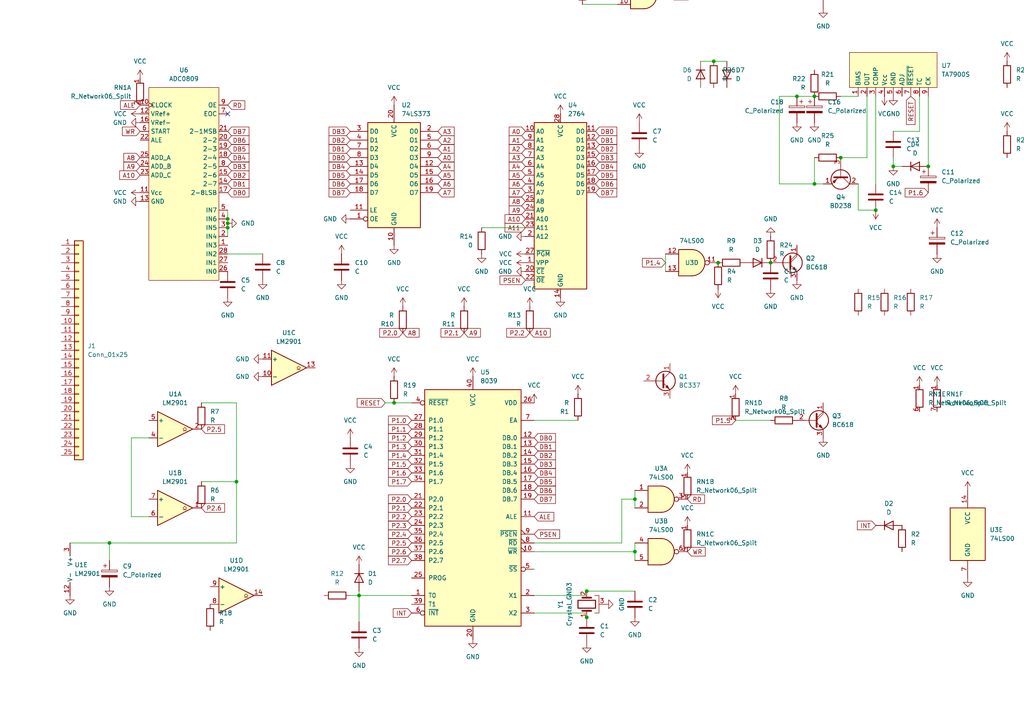
<source format=kicad_sch>
(kicad_sch (version 20250114) (generator "eeschema") (generator_version "9.0")
  (paper "A4")
  (junction (at 236.22 53.34))
  (junction (at 184.15 160.02))
  (junction (at 184.15 144.78))
  (junction (at 31.75 157.48))
  (junction (at 231.14 27.94))
  (junction (at 208.28 76.2))
  (junction (at 170.18 179.07))
  (junction (at 66.04 63.5))
  (junction (at 66.04 66.04))
  (junction (at 269.24 48.26))
  (junction (at 66.04 64.77))
  (junction (at 170.18 171.45))
  (junction (at 68.58 139.7))
  (junction (at 223.52 76.2))
  (junction (at 207.01 17.78))
  (junction (at 254 60.96))
  (junction (at 243.84 45.72))
  (junction (at 104.14 172.72))
  (junction (at 236.22 27.94))
  (junction (at 259.08 48.26))
  (junction (at 114.3 116.84))
  (no_connect (at 66.04 33.02))
  (wire (pts (xy 66.04 73.66) (xy 76.2 73.66)))
  (wire (pts (xy 226.06 27.94) (xy 231.14 27.94)))
  (wire (pts (xy 184.15 157.48) (xy 184.15 160.02)))
  (wire (pts (xy 259.08 38.1) (xy 266.7 38.1)))
  (wire (pts (xy 226.06 53.34) (xy 226.06 27.94)))
  (wire (pts (xy 154.94 177.8) (xy 170.18 177.8)))
  (wire (pts (xy 139.7 66.04) (xy 152.4 66.04)))
  (wire (pts (xy 66.04 66.04) (xy 66.04 68.58)))
  (wire (pts (xy 20.32 157.48) (xy 31.75 157.48)))
  (wire (pts (xy 231.14 27.94) (xy 236.22 27.94)))
  (wire (pts (xy 101.6 172.72) (xy 104.14 172.72)))
  (wire (pts (xy 193.04 73.66) (xy 193.04 78.74)))
  (wire (pts (xy 170.18 172.72) (xy 170.18 171.45)))
  (wire (pts (xy 236.22 53.34) (xy 226.06 53.34)))
  (wire (pts (xy 68.58 116.84) (xy 58.42 116.84)))
  (wire (pts (xy 38.1 149.86) (xy 43.18 149.86)))
  (wire (pts (xy 269.24 27.94) (xy 269.24 48.26)))
  (wire (pts (xy 119.38 172.72) (xy 104.14 172.72)))
  (wire (pts (xy 170.18 177.8) (xy 170.18 179.07)))
  (wire (pts (xy 259.08 48.26) (xy 259.08 45.72)))
  (wire (pts (xy 66.04 64.77) (xy 66.04 66.04)))
  (wire (pts (xy 266.7 38.1) (xy 266.7 27.94)))
  (wire (pts (xy 104.14 172.72) (xy 104.14 180.34)))
  (wire (pts (xy 184.15 144.78) (xy 184.15 147.32)))
  (wire (pts (xy 154.94 172.72) (xy 170.18 172.72)))
  (wire (pts (xy 203.2 17.78) (xy 207.01 17.78)))
  (wire (pts (xy 259.08 48.26) (xy 261.62 48.26)))
  (wire (pts (xy 66.04 60.96) (xy 66.04 63.5)))
  (wire (pts (xy 31.75 157.48) (xy 68.58 157.48)))
  (wire (pts (xy 154.94 121.92) (xy 167.64 121.92)))
  (wire (pts (xy 180.34 144.78) (xy 184.15 144.78)))
  (wire (pts (xy 243.84 45.72) (xy 251.46 45.72)))
  (wire (pts (xy 248.92 60.96) (xy 254 60.96)))
  (wire (pts (xy 251.46 45.72) (xy 251.46 27.94)))
  (wire (pts (xy 31.75 157.48) (xy 31.75 162.56)))
  (wire (pts (xy 184.15 160.02) (xy 184.15 162.56)))
  (wire (pts (xy 154.94 160.02) (xy 184.15 160.02)))
  (wire (pts (xy 243.84 27.94) (xy 248.92 27.94)))
  (wire (pts (xy 236.22 53.34) (xy 236.22 45.72)))
  (wire (pts (xy 170.18 171.45) (xy 184.15 171.45)))
  (wire (pts (xy 114.3 116.84) (xy 119.38 116.84)))
  (wire (pts (xy 43.18 127) (xy 38.1 127)))
  (wire (pts (xy 68.58 157.48) (xy 68.58 139.7)))
  (wire (pts (xy 154.94 157.48) (xy 180.34 157.48)))
  (wire (pts (xy 38.1 127) (xy 38.1 149.86)))
  (wire (pts (xy 238.76 53.34) (xy 236.22 53.34)))
  (wire (pts (xy 104.14 172.72) (xy 104.14 171.45)))
  (wire (pts (xy 213.36 121.92) (xy 223.52 121.92)))
  (wire (pts (xy 254 27.94) (xy 254 53.34)))
  (wire (pts (xy 248.92 53.34) (xy 248.92 60.96)))
  (wire (pts (xy 68.58 139.7) (xy 68.58 116.84)))
  (wire (pts (xy 180.34 157.48) (xy 180.34 144.78)))
  (wire (pts (xy 66.04 63.5) (xy 66.04 64.77)))
  (wire (pts (xy 184.15 142.24) (xy 184.15 144.78)))
  (wire (pts (xy 207.01 17.78) (xy 210.82 17.78)))
  (wire (pts (xy 58.42 139.7) (xy 68.58 139.7)))
  (wire (pts (xy 111.76 116.84) (xy 114.3 116.84)))
  (wire (pts (xy 168.91 1.27) (xy 179.07 1.27)))
  (global_label "P2.7" (shape input) (at 119.38 162.56 180) (property "Intersheetrefs" "${INTERSHEET_REFS}" (effects (hide yes))))
  (global_label "P2.2" (shape input) (at 153.67 96.52 180) (property "Intersheetrefs" "${INTERSHEET_REFS}" (effects (hide yes))))
  (global_label "A10" (shape input) (at 153.67 96.52 0) (property "Intersheetrefs" "${INTERSHEET_REFS}" (effects (hide yes))))
  (global_label "DB7" (shape input) (at 66.04 38.1 0) (property "Intersheetrefs" "${INTERSHEET_REFS}" (effects (hide yes))))
  (global_label "A2" (shape input) (at 152.4 43.18 180) (property "Intersheetrefs" "${INTERSHEET_REFS}" (effects (hide yes))))
  (global_label "A2" (shape input) (at 127 40.64 0) (property "Intersheetrefs" "${INTERSHEET_REFS}" (effects (hide yes))))
  (global_label "P2.0" (shape input) (at 119.38 144.78 180) (property "Intersheetrefs" "${INTERSHEET_REFS}" (effects (hide yes))))
  (global_label "INT" (shape input) (at 119.38 177.8 180) (property "Intersheetrefs" "${INTERSHEET_REFS}" (effects (hide yes))))
  (global_label "DB0" (shape input) (at 66.04 55.88 0) (property "Intersheetrefs" "${INTERSHEET_REFS}" (effects (hide yes))))
  (global_label "A0" (shape input) (at 152.4 38.1 180) (property "Intersheetrefs" "${INTERSHEET_REFS}" (effects (hide yes))))
  (global_label "RESET" (shape input) (at 264.16 27.94 270) (property "Intersheetrefs" "${INTERSHEET_REFS}" (effects (hide yes))))
  (global_label "P1.4" (shape input) (at 193.04 76.2 180) (property "Intersheetrefs" "${INTERSHEET_REFS}" (effects (hide yes))))
  (global_label "DB2" (shape input) (at 154.94 132.08 0) (property "Intersheetrefs" "${INTERSHEET_REFS}" (effects (hide yes))))
  (global_label "A1" (shape input) (at 152.4 40.64 180) (property "Intersheetrefs" "${INTERSHEET_REFS}" (effects (hide yes))))
  (global_label "RD" (shape input) (at 66.04 30.48 0) (property "Intersheetrefs" "${INTERSHEET_REFS}" (effects (hide yes))))
  (global_label "DB0" (shape input) (at 101.6 45.72 180) (property "Intersheetrefs" "${INTERSHEET_REFS}" (effects (hide yes))))
  (global_label "A3" (shape input) (at 152.4 45.72 180) (property "Intersheetrefs" "${INTERSHEET_REFS}" (effects (hide yes))))
  (global_label "DB5" (shape input) (at 154.94 139.7 0) (property "Intersheetrefs" "${INTERSHEET_REFS}" (effects (hide yes))))
  (global_label "DB4" (shape input) (at 172.72 48.26 0) (property "Intersheetrefs" "${INTERSHEET_REFS}" (effects (hide yes))))
  (global_label "P2.1" (shape input) (at 119.38 147.32 180) (property "Intersheetrefs" "${INTERSHEET_REFS}" (effects (hide yes))))
  (global_label "A6" (shape input) (at 152.4 53.34 180) (property "Intersheetrefs" "${INTERSHEET_REFS}" (effects (hide yes))))
  (global_label "DB7" (shape input) (at 101.6 55.88 180) (property "Intersheetrefs" "${INTERSHEET_REFS}" (effects (hide yes))))
  (global_label "DB6" (shape input) (at 101.6 53.34 180) (property "Intersheetrefs" "${INTERSHEET_REFS}" (effects (hide yes))))
  (global_label "RD" (shape input) (at 199.39 144.78 0) (property "Intersheetrefs" "${INTERSHEET_REFS}" (effects (hide yes))))
  (global_label "P2.5" (shape input) (at 119.38 157.48 180) (property "Intersheetrefs" "${INTERSHEET_REFS}" (effects (hide yes))))
  (global_label "DB1" (shape input) (at 154.94 129.54 0) (property "Intersheetrefs" "${INTERSHEET_REFS}" (effects (hide yes))))
  (global_label "P2.1" (shape input) (at 134.62 96.52 180) (property "Intersheetrefs" "${INTERSHEET_REFS}" (effects (hide yes))))
  (global_label "A5" (shape input) (at 127 50.8 0) (property "Intersheetrefs" "${INTERSHEET_REFS}" (effects (hide yes))))
  (global_label "A7" (shape input) (at 152.4 55.88 180) (property "Intersheetrefs" "${INTERSHEET_REFS}" (effects (hide yes))))
  (global_label "DB5" (shape input) (at 101.6 50.8 180) (property "Intersheetrefs" "${INTERSHEET_REFS}" (effects (hide yes))))
  (global_label "DB6" (shape input) (at 172.72 53.34 0) (property "Intersheetrefs" "${INTERSHEET_REFS}" (effects (hide yes))))
  (global_label "RESET" (shape input) (at 111.76 116.84 180) (property "Intersheetrefs" "${INTERSHEET_REFS}" (effects (hide yes))))
  (global_label "A5" (shape input) (at 152.4 50.8 180) (property "Intersheetrefs" "${INTERSHEET_REFS}" (effects (hide yes))))
  (global_label "DB6" (shape input) (at 154.94 142.24 0) (property "Intersheetrefs" "${INTERSHEET_REFS}" (effects (hide yes))))
  (global_label "A8" (shape input) (at 116.84 96.52 0) (property "Intersheetrefs" "${INTERSHEET_REFS}" (effects (hide yes))))
  (global_label "P2.0" (shape input) (at 116.84 96.52 180) (property "Intersheetrefs" "${INTERSHEET_REFS}" (effects (hide yes))))
  (global_label "P2.4" (shape input) (at 119.38 154.94 180) (property "Intersheetrefs" "${INTERSHEET_REFS}" (effects (hide yes))))
  (global_label "P1.5" (shape input) (at 119.38 134.62 180) (property "Intersheetrefs" "${INTERSHEET_REFS}" (effects (hide yes))))
  (global_label "DB3" (shape input) (at 66.04 48.26 0) (property "Intersheetrefs" "${INTERSHEET_REFS}" (effects (hide yes))))
  (global_label "P1.5" (shape input) (at 213.36 121.92 180) (property "Intersheetrefs" "${INTERSHEET_REFS}" (effects (hide yes))))
  (global_label "DB3" (shape input) (at 101.6 38.1 180) (property "Intersheetrefs" "${INTERSHEET_REFS}" (effects (hide yes))))
  (global_label "A9" (shape input) (at 134.62 96.52 0) (property "Intersheetrefs" "${INTERSHEET_REFS}" (effects (hide yes))))
  (global_label "A8" (shape input) (at 40.64 45.72 180) (property "Intersheetrefs" "${INTERSHEET_REFS}" (effects (hide yes))))
  (global_label "P1.2" (shape input) (at 119.38 127 180) (property "Intersheetrefs" "${INTERSHEET_REFS}" (effects (hide yes))))
  (global_label "A8" (shape input) (at 152.4 58.42 180) (property "Intersheetrefs" "${INTERSHEET_REFS}" (effects (hide yes))))
  (global_label "A9" (shape input) (at 40.64 48.26 180) (property "Intersheetrefs" "${INTERSHEET_REFS}" (effects (hide yes))))
  (global_label "P2.2" (shape input) (at 119.38 149.86 180) (property "Intersheetrefs" "${INTERSHEET_REFS}" (effects (hide yes))))
  (global_label "A10" (shape input) (at 152.4 63.5 180) (property "Intersheetrefs" "${INTERSHEET_REFS}" (effects (hide yes))))
  (global_label "DB1" (shape input) (at 101.6 43.18 180) (property "Intersheetrefs" "${INTERSHEET_REFS}" (effects (hide yes))))
  (global_label "A11" (shape input) (at 152.4 66.04 180) (property "Intersheetrefs" "${INTERSHEET_REFS}" (effects (hide yes))))
  (global_label "DB6" (shape input) (at 66.04 40.64 0) (property "Intersheetrefs" "${INTERSHEET_REFS}" (effects (hide yes))))
  (global_label "DB4" (shape input) (at 154.94 137.16 0) (property "Intersheetrefs" "${INTERSHEET_REFS}" (effects (hide yes))))
  (global_label "P1.6" (shape input) (at 269.24 55.88 180) (property "Intersheetrefs" "${INTERSHEET_REFS}" (effects (hide yes))))
  (global_label "A6" (shape input) (at 127 53.34 0) (property "Intersheetrefs" "${INTERSHEET_REFS}" (effects (hide yes))))
  (global_label "DB1" (shape input) (at 66.04 53.34 0) (property "Intersheetrefs" "${INTERSHEET_REFS}" (effects (hide yes))))
  (global_label "DB4" (shape input) (at 66.04 45.72 0) (property "Intersheetrefs" "${INTERSHEET_REFS}" (effects (hide yes))))
  (global_label "DB3" (shape input) (at 172.72 45.72 0) (property "Intersheetrefs" "${INTERSHEET_REFS}" (effects (hide yes))))
  (global_label "DB2" (shape input) (at 101.6 40.64 180) (property "Intersheetrefs" "${INTERSHEET_REFS}" (effects (hide yes))))
  (global_label "P1.4" (shape input) (at 119.38 132.08 180) (property "Intersheetrefs" "${INTERSHEET_REFS}" (effects (hide yes))))
  (global_label "WR" (shape input) (at 40.64 38.1 180) (property "Intersheetrefs" "${INTERSHEET_REFS}" (effects (hide yes))))
  (global_label "ALE" (shape input) (at 154.94 149.86 0) (property "Intersheetrefs" "${INTERSHEET_REFS}" (effects (hide yes))))
  (global_label "DB0" (shape input) (at 172.72 38.1 0) (property "Intersheetrefs" "${INTERSHEET_REFS}" (effects (hide yes))))
  (global_label "DB5" (shape input) (at 66.04 43.18 0) (property "Intersheetrefs" "${INTERSHEET_REFS}" (effects (hide yes))))
  (global_label "P1.1" (shape input) (at 119.38 124.46 180) (property "Intersheetrefs" "${INTERSHEET_REFS}" (effects (hide yes))))
  (global_label "DB0" (shape input) (at 154.94 127 0) (property "Intersheetrefs" "${INTERSHEET_REFS}" (effects (hide yes))))
  (global_label "WR" (shape input) (at 199.39 160.02 0) (property "Intersheetrefs" "${INTERSHEET_REFS}" (effects (hide yes))))
  (global_label "P2.6" (shape input) (at 119.38 160.02 180) (property "Intersheetrefs" "${INTERSHEET_REFS}" (effects (hide yes))))
  (global_label "DB5" (shape input) (at 172.72 50.8 0) (property "Intersheetrefs" "${INTERSHEET_REFS}" (effects (hide yes))))
  (global_label "DB7" (shape input) (at 172.72 55.88 0) (property "Intersheetrefs" "${INTERSHEET_REFS}" (effects (hide yes))))
  (global_label "INT" (shape input) (at 254 152.4 180) (property "Intersheetrefs" "${INTERSHEET_REFS}" (effects (hide yes))))
  (global_label "DB2" (shape input) (at 172.72 43.18 0) (property "Intersheetrefs" "${INTERSHEET_REFS}" (effects (hide yes))))
  (global_label "A9" (shape input) (at 152.4 60.96 180) (property "Intersheetrefs" "${INTERSHEET_REFS}" (effects (hide yes))))
  (global_label "A4" (shape input) (at 152.4 48.26 180) (property "Intersheetrefs" "${INTERSHEET_REFS}" (effects (hide yes))))
  (global_label "PSEN" (shape input) (at 152.4 81.28 180) (property "Intersheetrefs" "${INTERSHEET_REFS}" (effects (hide yes))))
  (global_label "DB2" (shape input) (at 66.04 50.8 0) (property "Intersheetrefs" "${INTERSHEET_REFS}" (effects (hide yes))))
  (global_label "A7" (shape input) (at 127 55.88 0) (property "Intersheetrefs" "${INTERSHEET_REFS}" (effects (hide yes))))
  (global_label "INT" (shape input) (at 194.31 -1.27 0) (property "Intersheetrefs" "${INTERSHEET_REFS}" (effects (hide yes))))
  (global_label "P1.6" (shape input) (at 119.38 137.16 180) (property "Intersheetrefs" "${INTERSHEET_REFS}" (effects (hide yes))))
  (global_label "DB4" (shape input) (at 101.6 48.26 180) (property "Intersheetrefs" "${INTERSHEET_REFS}" (effects (hide yes))))
  (global_label "DB3" (shape input) (at 154.94 134.62 0) (property "Intersheetrefs" "${INTERSHEET_REFS}" (effects (hide yes))))
  (global_label "A3" (shape input) (at 127 38.1 0) (property "Intersheetrefs" "${INTERSHEET_REFS}" (effects (hide yes))))
  (global_label "P2.3" (shape input) (at 119.38 152.4 180) (property "Intersheetrefs" "${INTERSHEET_REFS}" (effects (hide yes))))
  (global_label "DB1" (shape input) (at 172.72 40.64 0) (property "Intersheetrefs" "${INTERSHEET_REFS}" (effects (hide yes))))
  (global_label "P1.0" (shape input) (at 179.07 -3.81 180) (property "Intersheetrefs" "${INTERSHEET_REFS}" (effects (hide yes))))
  (global_label "P1.0" (shape input) (at 119.38 121.92 180) (property "Intersheetrefs" "${INTERSHEET_REFS}" (effects (hide yes))))
  (global_label "P2.5" (shape input) (at 58.42 124.46 0) (property "Intersheetrefs" "${INTERSHEET_REFS}" (effects (hide yes))))
  (global_label "A1" (shape input) (at 127 43.18 0) (property "Intersheetrefs" "${INTERSHEET_REFS}" (effects (hide yes))))
  (global_label "P1.3" (shape input) (at 119.38 129.54 180) (property "Intersheetrefs" "${INTERSHEET_REFS}" (effects (hide yes))))
  (global_label "DB7" (shape input) (at 154.94 144.78 0) (property "Intersheetrefs" "${INTERSHEET_REFS}" (effects (hide yes))))
  (global_label "A4" (shape input) (at 127 48.26 0) (property "Intersheetrefs" "${INTERSHEET_REFS}" (effects (hide yes))))
  (global_label "ALE" (shape input) (at 40.64 30.48 180) (property "Intersheetrefs" "${INTERSHEET_REFS}" (effects (hide yes))))
  (global_label "P2.6" (shape input) (at 58.42 147.32 0) (property "Intersheetrefs" "${INTERSHEET_REFS}" (effects (hide yes))))
  (global_label "PSEN" (shape input) (at 154.94 154.94 0) (property "Intersheetrefs" "${INTERSHEET_REFS}" (effects (hide yes))))
  (global_label "A0" (shape input) (at 127 45.72 0) (property "Intersheetrefs" "${INTERSHEET_REFS}" (effects (hide yes))))
  (global_label "P1.7" (shape input) (at 119.38 139.7 180) (property "Intersheetrefs" "${INTERSHEET_REFS}" (effects (hide yes))))
  (global_label "A10" (shape input) (at 40.64 50.8 180) (property "Intersheetrefs" "${INTERSHEET_REFS}" (effects (hide yes))))
  (symbol (lib_id "power:GND") (at 31.75 170.18 0) (unit 1)
    (property "Reference" "#PWR048" (effects (hide yes)))
    (property "Value" "GND" (at 31.75 175.26 0))
    (property "Description" "Power symbol creates a global label with name \"GND\" , ground" (effects (hide yes)))
  )
  (symbol (lib_id "Device:R") (at 292.1 41.91 0) (unit 1)
    (property "Reference" "R20" (at 294.64 40.6399 0) (effects (justify left)))
    (property "Value" "R" (at 294.64 43.1799 0) (effects (justify left)))
    (property "Footprint" "Resistor_THT:R_Axial_DIN0207_L6.3mm_D2.5mm_P10.16mm_Horizontal" (effects (hide yes)))
    (property "Description" "Resistor" (effects (hide yes)))
  )
  (symbol (lib_id "Device:Crystal_GND3") (at 170.18 175.26 90) (unit 1)
    (property "Reference" "Y1" (at 162.56 175.26 0))
    (property "Value" "Crystal_GND3" (at 165.1 175.26 0))
    (property "Footprint" "Crystal:Crystal_HC49-U_Horizontal_1EP_style2" (effects (hide yes)))
    (property "Description" "Three pin crystal, GND on pin 3" (effects (hide yes)))
  )
  (symbol (lib_id "Transistor_BJT:BC337") (at 191.77 110.49 0) (unit 1)
    (property "Reference" "Q1" (at 196.85 109.2199 0) (effects (justify left)))
    (property "Value" "BC337" (at 196.85 111.7599 0) (effects (justify left)))
    (property "Footprint" "Package_TO_SOT_THT:TO-92_Inline_Wide" (effects (hide yes)))
    (property "Datasheet" "https://diotec.com/tl_files/diotec/files/pdf/datasheets/bc337.pdf" (effects (hide yes)))
    (property "Description" "0.8A Ic, 45V Vce, NPN Transistor, TO-92" (effects (hide yes)))
  )
  (symbol (lib_id "Device:C") (at 184.15 175.26 0) (unit 1)
    (property "Reference" "C2" (at 187.96 173.9899 0) (effects (justify left)))
    (property "Value" "C" (at 187.96 176.5299 0) (effects (justify left)))
    (property "Footprint" "Capacitor_THT:C_Disc_D4.3mm_W1.9mm_P5.00mm" (effects (hide yes)))
    (property "Description" "Unpolarized capacitor" (effects (hide yes)))
  )
  (symbol (lib_id "Device:C_Polarized") (at 269.24 52.07 0) (unit 1)
    (property "Reference" "C11" (at 273.05 49.9109 0) (effects (justify left)))
    (property "Value" "C_Polarized" (at 273.05 52.4509 0) (effects (justify left)))
    (property "Footprint" "Capacitor_THT:CP_Radial_Tantal_D4.5mm_P5.00mm" (effects (hide yes)))
    (property "Description" "Polarized capacitor" (effects (hide yes)))
  )
  (symbol (lib_id "power:GND") (at 184.15 179.07 0) (unit 1)
    (property "Reference" "#PWR08" (effects (hide yes)))
    (property "Value" "GND" (at 184.15 184.15 0))
    (property "Description" "Power symbol creates a global label with name \"GND\" , ground" (effects (hide yes)))
  )
  (symbol (lib_id "power:VCC") (at 256.54 27.94 180) (unit 1)
    (property "Reference" "#PWR053" (effects (hide yes)))
    (property "Value" "VCC" (at 256.54 33.02 0))
    (property "Description" "Power symbol creates a global label with name \"VCC\"" (effects (hide yes)))
  )
  (symbol (lib_id "Device:R_Network06_Split") (at 271.78 115.57 0) (unit 6)
    (property "Reference" "RN1" (at 274.32 114.2999 0) (effects (justify left)))
    (property "Value" "R_Network06_Split" (at 274.32 116.8399 0) (effects (justify left)))
    (property "Footprint" "Resistor_THT:R_Array_SIP7" (effects (hide yes)))
    (property "Datasheet" "http://www.vishay.com/docs/31509/csc.pdf" (effects (hide yes)))
    (property "Description" "6 resistor network, star topology, bussed resistors, split" (effects (hide yes)))
  )
  (symbol (lib_id "74xx:74LS00") (at 191.77 160.02 0) (unit 2)
    (property "Reference" "U3" (at 191.7617 151.13 0))
    (property "Value" "74LS00" (at 191.7617 153.67 0))
    (property "Footprint" "Package_DIP:DIP-14_W7.62mm" (effects (hide yes)))
    (property "Datasheet" "http://www.ti.com/lit/gpn/sn74ls00" (effects (hide yes)))
    (property "Description" "quad 2-input NAND gate" (effects (hide yes)))
  )
  (symbol (lib_id "Device:C_Polarized") (at 238.76 -1.27 0) (unit 1)
    (property "Reference" "C15" (at 242.57 -3.4291 0) (effects (justify left)))
    (property "Value" "C_Polarized" (at 242.57 -0.8891 0) (effects (justify left)))
    (property "Footprint" "Capacitor_THT:CP_Radial_D10.0mm_P5.00mm" (effects (hide yes)))
    (property "Description" "Polarized capacitor" (effects (hide yes)))
  )
  (symbol (lib_id "power:GND") (at 101.6 63.5 270) (unit 1)
    (property "Reference" "#PWR047" (effects (hide yes)))
    (property "Value" "GND" (at 97.79 63.4999 90) (effects (justify right)))
    (property "Description" "Power symbol creates a global label with name \"GND\" , ground" (effects (hide yes)))
  )
  (symbol (lib_id "Device:R") (at 223.52 72.39 0) (unit 1)
    (property "Reference" "R24" (at 226.06 71.1199 0) (effects (justify left)))
    (property "Value" "R" (at 226.06 73.6599 0) (effects (justify left)))
    (property "Footprint" "Resistor_THT:R_Axial_DIN0207_L6.3mm_D2.5mm_P10.16mm_Horizontal" (effects (hide yes)))
    (property "Description" "Resistor" (effects (hide yes)))
  )
  (symbol (lib_id "power:VCC") (at 238.76 -5.08 0) (unit 1)
    (property "Reference" "#PWR067" (effects (hide yes)))
    (property "Value" "VCC" (at 238.76 -8.89 0))
    (property "Description" "Power symbol creates a global label with name \"VCC\"" (effects (hide yes)))
  )
  (symbol (lib_id "74xx:74LS00") (at 186.69 -1.27 0) (unit 3)
    (property "Reference" "U3" (at 186.6817 -10.16 0))
    (property "Value" "74LS00" (at 186.6817 -7.62 0))
    (property "Footprint" "Package_DIP:DIP-14_W7.62mm" (effects (hide yes)))
    (property "Datasheet" "http://www.ti.com/lit/gpn/sn74ls00" (effects (hide yes)))
    (property "Description" "quad 2-input NAND gate" (effects (hide yes)))
  )
  (symbol (lib_id "Transistor_BJT:BD238") (at 243.84 50.8 270) (unit 1)
    (property "Reference" "Q4" (at 243.84 57.15 90))
    (property "Value" "BD238" (at 243.84 59.69 90))
    (property "Footprint" "Package_TO_SOT_THT:TO-126-3_Vertical" (effects (hide yes)))
    (property "Datasheet" "http://www.electronica-pt.com/datasheets/bd/BD234.pdf" (effects (hide yes)))
    (property "Description" "2A Ic, 80V Vce, Low Voltage Transistor, TO-126" (effects (hide yes)))
  )
  (symbol (lib_id "power:GND") (at 280.67 167.64 0) (unit 1)
    (property "Reference" "#PWR04" (effects (hide yes)))
    (property "Value" "GND" (at 280.67 172.72 0))
    (property "Description" "Power symbol creates a global label with name \"GND\" , ground" (effects (hide yes)))
  )
  (symbol (lib_id "Device:C") (at 185.42 39.37 0) (unit 1)
    (property "Reference" "C7" (at 189.23 38.0999 0) (effects (justify left)))
    (property "Value" "C" (at 189.23 40.6399 0) (effects (justify left)))
    (property "Footprint" "Capacitor_THT:C_Rect_L7.0mm_W2.0mm_P5.00mm" (effects (hide yes)))
    (property "Description" "Unpolarized capacitor" (effects (hide yes)))
  )
  (symbol (lib_id "power:VCC") (at 199.39 152.4 0) (unit 1)
    (property "Reference" "#PWR018" (effects (hide yes)))
    (property "Value" "VCC" (at 199.39 147.32 0))
    (property "Description" "Power symbol creates a global label with name \"VCC\"" (effects (hide yes)))
  )
  (symbol (lib_id "Device:R") (at 240.03 45.72 90) (unit 1)
    (property "Reference" "R25" (at 240.03 39.37 90))
    (property "Value" "R" (at 240.03 41.91 90))
    (property "Footprint" "Resistor_THT:R_Axial_DIN0207_L6.3mm_D2.5mm_P10.16mm_Horizontal" (effects (hide yes)))
    (property "Description" "Resistor" (effects (hide yes)))
  )
  (symbol (lib_id "power:GND") (at 139.7 73.66 0) (unit 1)
    (property "Reference" "#PWR038" (effects (hide yes)))
    (property "Value" "GND" (at 139.7 78.74 0))
    (property "Description" "Power symbol creates a global label with name \"GND\" , ground" (effects (hide yes)))
  )
  (symbol (lib_id "Device:C") (at 99.06 77.47 0) (unit 1)
    (property "Reference" "C10" (at 102.87 76.1999 0) (effects (justify left)))
    (property "Value" "C" (at 102.87 78.7399 0) (effects (justify left)))
    (property "Footprint" "Capacitor_THT:C_Rect_L7.0mm_W2.0mm_P5.00mm" (effects (hide yes)))
    (property "Description" "Unpolarized capacitor" (effects (hide yes)))
  )
  (symbol (lib_id "power:VCC") (at 213.36 114.3 0) (unit 1)
    (property "Reference" "#PWR019" (effects (hide yes)))
    (property "Value" "VCC" (at 213.36 109.22 0))
    (property "Description" "Power symbol creates a global label with name \"VCC\"" (effects (hide yes)))
  )
  (symbol (lib_id "Device:R") (at 139.7 69.85 0) (mirror y) (unit 1)
    (property "Reference" "R14" (at 137.16 68.5799 0) (effects (justify left)))
    (property "Value" "0" (at 137.16 71.1199 0) (effects (justify left)))
    (property "Footprint" "Resistor_THT:R_Axial_DIN0207_L6.3mm_D2.5mm_P7.62mm_Horizontal" (effects (hide yes)))
    (property "Description" "Resistor" (effects (hide yes)))
  )
  (symbol (lib_id "Device:R_Network06_Split") (at 213.36 118.11 0) (unit 4)
    (property "Reference" "RN1" (at 215.9 116.8399 0) (effects (justify left)))
    (property "Value" "R_Network06_Split" (at 215.9 119.3799 0) (effects (justify left)))
    (property "Footprint" "Resistor_THT:R_Array_SIP7" (effects (hide yes)))
    (property "Datasheet" "http://www.vishay.com/docs/31509/csc.pdf" (effects (hide yes)))
    (property "Description" "6 resistor network, star topology, bussed resistors, split" (effects (hide yes)))
  )
  (symbol (lib_id "Device:C") (at 259.08 41.91 0) (unit 1)
    (property "Reference" "C13" (at 262.89 40.6399 0) (effects (justify left)))
    (property "Value" "C" (at 262.89 43.1799 0) (effects (justify left)))
    (property "Footprint" "Capacitor_THT:C_Rect_L7.0mm_W4.5mm_P5.00mm" (effects (hide yes)))
    (property "Description" "Unpolarized capacitor" (effects (hide yes)))
  )
  (symbol (lib_id "Device:R") (at 97.79 172.72 90) (unit 1)
    (property "Reference" "R12" (at 97.79 166.37 90))
    (property "Value" "R" (at 97.79 168.91 90))
    (property "Footprint" "Resistor_THT:R_Axial_DIN0207_L6.3mm_D2.5mm_P10.16mm_Horizontal" (effects (hide yes)))
    (property "Description" "Resistor" (effects (hide yes)))
  )
  (symbol (lib_id "power:VCC") (at 101.6 127 0) (unit 1)
    (property "Reference" "#PWR029" (effects (hide yes)))
    (property "Value" "VCC" (at 101.6 121.92 0))
    (property "Description" "Power symbol creates a global label with name \"VCC\"" (effects (hide yes)))
  )
  (symbol (lib_id "Comparator:LM2901") (at 83.82 106.68 0) (unit 3)
    (property "Reference" "U1" (at 83.82 96.52 0))
    (property "Value" "LM2901" (at 83.82 99.06 0))
    (property "Footprint" "Package_DIP:DIP-14_W7.62mm" (effects (hide yes)))
    (property "Datasheet" "https://www.st.com/resource/en/datasheet/lm2901.pdf" (effects (hide yes)))
    (property "Description" "Quad Differential Comparators, DIP-14/SOIC-14/TSSOP-14" (effects (hide yes)))
  )
  (symbol (lib_id "power:GND") (at 114.3 71.12 0) (unit 1)
    (property "Reference" "#PWR02" (effects (hide yes)))
    (property "Value" "GND" (at 114.3 76.2 0))
    (property "Description" "Power symbol creates a global label with name \"GND\" , ground" (effects (hide yes)))
  )
  (symbol (lib_id "power:GND") (at 162.56 86.36 0) (unit 1)
    (property "Reference" "#PWR01" (effects (hide yes)))
    (property "Value" "GND" (at 162.56 91.44 0))
    (property "Description" "Power symbol creates a global label with name \"GND\" , ground" (effects (hide yes)))
  )
  (symbol (lib_id "power:GND") (at 175.26 175.26 90) (unit 1)
    (property "Reference" "#PWR03" (effects (hide yes)))
    (property "Value" "GND" (at 180.34 175.26 0))
    (property "Description" "Power symbol creates a global label with name \"GND\" , ground" (effects (hide yes)))
  )
  (symbol (lib_id "Device:R") (at 179.07 -7.62 0) (mirror y) (unit 1)
    (property "Reference" "R5" (at 176.53 -8.8901 0) (effects (justify left)))
    (property "Value" "R" (at 176.53 -6.3501 0) (effects (justify left)))
    (property "Footprint" "Resistor_THT:R_Axial_DIN0207_L6.3mm_D2.5mm_P10.16mm_Horizontal" (effects (hide yes)))
    (property "Description" "Resistor" (effects (hide yes)))
  )
  (symbol (lib_id "power:GND") (at 236.22 35.56 0) (unit 1)
    (property "Reference" "#PWR063" (effects (hide yes)))
    (property "Value" "GND" (at 236.22 40.64 0))
    (property "Description" "Power symbol creates a global label with name \"GND\" , ground" (effects (hide yes)))
  )
  (symbol (lib_id "Device:C_Polarized") (at 271.78 69.85 0) (unit 1)
    (property "Reference" "C12" (at 275.59 67.6909 0) (effects (justify left)))
    (property "Value" "C_Polarized" (at 275.59 70.2309 0) (effects (justify left)))
    (property "Footprint" "Capacitor_THT:CP_Radial_Tantal_D4.5mm_P5.00mm" (effects (hide yes)))
    (property "Description" "Polarized capacitor" (effects (hide yes)))
  )
  (symbol (lib_id "power:VCC") (at 152.4 73.66 90) (unit 1)
    (property "Reference" "#PWR033" (effects (hide yes)))
    (property "Value" "VCC" (at 148.59 73.6599 90) (effects (justify left)))
    (property "Description" "Power symbol creates a global label with name \"VCC\"" (effects (hide yes)))
  )
  (symbol (lib_id "power:GND") (at 299.72 88.9 0) (unit 1)
    (property "Reference" "#PWR042" (effects (hide yes)))
    (property "Value" "GND" (at 299.72 93.98 0))
    (property "Description" "Power symbol creates a global label with name \"GND\" , ground" (effects (hide yes)))
  )
  (symbol (lib_id "Device:R") (at 236.22 24.13 0) (mirror y) (unit 1)
    (property "Reference" "R22" (at 233.68 22.8599 0) (effects (justify left)))
    (property "Value" "R" (at 233.68 25.3999 0) (effects (justify left)))
    (property "Footprint" "Resistor_THT:R_Axial_DIN0207_L6.3mm_D2.5mm_P10.16mm_Horizontal" (effects (hide yes)))
    (property "Description" "Resistor" (effects (hide yes)))
  )
  (symbol (lib_id "power:GND") (at 238.76 127 0) (unit 1)
    (property "Reference" "#PWR062" (effects (hide yes)))
    (property "Value" "GND" (at 238.76 132.08 0))
    (property "Description" "Power symbol creates a global label with name \"GND\" , ground" (effects (hide yes)))
  )
  (symbol (lib_id "power:GND") (at 40.64 58.42 270) (unit 1)
    (property "Reference" "#PWR013" (effects (hide yes)))
    (property "Value" "GND" (at 36.83 58.4199 90) (effects (justify right)))
    (property "Description" "Power symbol creates a global label with name \"GND\" , ground" (effects (hide yes)))
  )
  (symbol (lib_id "Device:R") (at 208.28 80.01 0) (unit 1)
    (property "Reference" "R4" (at 210.82 78.7399 0) (effects (justify left)))
    (property "Value" "R" (at 210.82 81.2799 0) (effects (justify left)))
    (property "Footprint" "Resistor_THT:R_Axial_DIN0207_L6.3mm_D2.5mm_P10.16mm_Horizontal" (effects (hide yes)))
    (property "Description" "Resistor" (effects (hide yes)))
  )
  (symbol (lib_id "power:VCC") (at 114.3 30.48 0) (unit 1)
    (property "Reference" "#PWR052" (effects (hide yes)))
    (property "Value" "VCC" (at 114.3 25.4 0))
    (property "Description" "Power symbol creates a global label with name \"VCC\"" (effects (hide yes)))
  )
  (symbol (lib_id "Transistor_BJT:Q_NPN_Darlington_CBE") (at 236.22 121.92 0) (unit 1)
    (property "Reference" "Q3" (at 241.3 120.6499 0) (effects (justify left)))
    (property "Value" "BC618" (at 241.3 123.1899 0) (effects (justify left)))
    (property "Footprint" "Package_TO_SOT_THT:TO-92_Inline_Wide" (effects (hide yes)))
    (property "Description" "NPN Darlington transistor, collector/base/emitter" (effects (hide yes)))
  )
  (symbol (lib_id "power:VCC") (at 134.62 88.9 0) (unit 1)
    (property "Reference" "#PWR036" (effects (hide yes)))
    (property "Value" "VCC" (at 134.62 83.82 0))
    (property "Description" "Power symbol creates a global label with name \"VCC\"" (effects (hide yes)))
  )
  (symbol (lib_id "Device:D") (at 265.43 48.26 0) (unit 1)
    (property "Reference" "D4" (at 265.43 41.91 0))
    (property "Value" "D" (at 265.43 44.45 0))
    (property "Footprint" "Diode_THT:D_A-405_P10.16mm_Horizontal" (effects (hide yes)))
    (property "Description" "Diode" (effects (hide yes)))
    (property "Sim.Device" "D" (effects (hide yes)))
    (property "Sim.Pins" "1=K 2=A" (effects (hide yes)))
  )
  (symbol (lib_id "power:VCC") (at 152.4 76.2 90) (unit 1)
    (property "Reference" "#PWR032" (effects (hide yes)))
    (property "Value" "VCC" (at 148.59 76.1999 90) (effects (justify left)))
    (property "Description" "Power symbol creates a global label with name \"VCC\"" (effects (hide yes)))
  )
  (symbol (lib_id "power:VCC") (at 40.64 22.86 0) (unit 1)
    (property "Reference" "#PWR016" (effects (hide yes)))
    (property "Value" "VCC" (at 40.64 17.78 0))
    (property "Description" "Power symbol creates a global label with name \"VCC\"" (effects (hide yes)))
  )
  (symbol (lib_id "power:VCC") (at 208.28 83.82 180) (unit 1)
    (property "Reference" "#PWR023" (effects (hide yes)))
    (property "Value" "VCC" (at 208.28 88.9 0))
    (property "Description" "Power symbol creates a global label with name \"VCC\"" (effects (hide yes)))
  )
  (symbol (lib_id "power:VCC") (at 299.72 81.28 0) (unit 1)
    (property "Reference" "#PWR041" (effects (hide yes)))
    (property "Value" "VCC" (at 299.72 76.2 0))
    (property "Description" "Power symbol creates a global label with name \"VCC\"" (effects (hide yes)))
  )
  (symbol (lib_id "power:GND") (at 152.4 78.74 270) (unit 1)
    (property "Reference" "#PWR046" (effects (hide yes)))
    (property "Value" "GND" (at 148.59 78.7399 90) (effects (justify right)))
    (property "Description" "Power symbol creates a global label with name \"GND\" , ground" (effects (hide yes)))
  )
  (symbol (lib_id "Device:C") (at 223.52 80.01 0) (unit 1)
    (property "Reference" "C17" (at 227.33 78.7399 0) (effects (justify left)))
    (property "Value" "C" (at 227.33 81.2799 0) (effects (justify left)))
    (property "Footprint" "Capacitor_THT:C_Rect_L7.0mm_W2.0mm_P5.00mm" (effects (hide yes)))
    (property "Description" "Unpolarized capacitor" (effects (hide yes)))
  )
  (symbol (lib_id "Device:R") (at 292.1 21.59 0) (unit 1)
    (property "Reference" "R23" (at 294.64 20.3199 0) (effects (justify left)))
    (property "Value" "R" (at 294.64 22.8599 0) (effects (justify left)))
    (property "Footprint" "Resistor_THT:R_Axial_DIN0207_L6.3mm_D2.5mm_P15.24mm_Horizontal" (effects (hide yes)))
    (property "Description" "Resistor" (effects (hide yes)))
  )
  (symbol (lib_id "power:GND") (at 185.42 43.18 0) (unit 1)
    (property "Reference" "#PWR044" (effects (hide yes)))
    (property "Value" "GND" (at 185.42 48.26 0))
    (property "Description" "Power symbol creates a global label with name \"GND\" , ground" (effects (hide yes)))
  )
  (symbol (lib_id "Device:R") (at 153.67 92.71 0) (mirror y) (unit 1)
    (property "Reference" "R13" (at 151.13 91.4399 0) (effects (justify left)))
    (property "Value" "R" (at 151.13 93.9799 0) (effects (justify left)))
    (property "Footprint" "Resistor_THT:R_Axial_DIN0207_L6.3mm_D2.5mm_P10.16mm_Horizontal" (effects (hide yes)))
    (property "Description" "Resistor" (effects (hide yes)))
  )
  (symbol (lib_id "ADC:ADC0809") (at 53.34 53.34 0) (unit 1)
    (property "Reference" "U6" (at 53.34 20.32 0))
    (property "Value" "ADC0809" (at 53.34 22.86 0))
    (property "Footprint" "Package_DIP:DIP-28_W15.24mm" (effects (hide yes)))
  )
  (symbol (lib_id "Comparator:LM2901") (at 68.58 172.72 0) (unit 4)
    (property "Reference" "U1" (at 68.58 162.56 0))
    (property "Value" "LM2901" (at 68.58 165.1 0))
    (property "Footprint" "Package_DIP:DIP-14_W7.62mm" (effects (hide yes)))
    (property "Datasheet" "https://www.st.com/resource/en/datasheet/lm2901.pdf" (effects (hide yes)))
    (property "Description" "Quad Differential Comparators, DIP-14/SOIC-14/TSSOP-14" (effects (hide yes)))
  )
  (symbol (lib_id "power:GND") (at 231.14 35.56 0) (unit 1)
    (property "Reference" "#PWR069" (effects (hide yes)))
    (property "Value" "GND" (at 231.14 40.64 0))
    (property "Description" "Power symbol creates a global label with name \"GND\" , ground" (effects (hide yes)))
  )
  (symbol (lib_id "Device:R_Network06_Split") (at 40.64 26.67 0) (mirror y) (unit 1)
    (property "Reference" "RN1" (at 38.1 25.3999 0) (effects (justify left)))
    (property "Value" "R_Network06_Split" (at 38.1 27.9399 0) (effects (justify left)))
    (property "Footprint" "Resistor_THT:R_Array_SIP7" (effects (hide yes)))
    (property "Datasheet" "http://www.vishay.com/docs/31509/csc.pdf" (effects (hide yes)))
    (property "Description" "6 resistor network, star topology, bussed resistors, split" (effects (hide yes)))
  )
  (symbol (lib_id "Device:R_Network06_Split") (at 199.39 156.21 0) (unit 3)
    (property "Reference" "RN1" (at 201.93 154.9399 0) (effects (justify left)))
    (property "Value" "R_Network06_Split" (at 201.93 157.4799 0) (effects (justify left)))
    (property "Footprint" "Resistor_THT:R_Array_SIP7" (effects (hide yes)))
    (property "Datasheet" "http://www.vishay.com/docs/31509/csc.pdf" (effects (hide yes)))
    (property "Description" "6 resistor network, star topology, bussed resistors, split" (effects (hide yes)))
  )
  (symbol (lib_id "Device:R") (at 207.01 21.59 180) (unit 1)
    (property "Reference" "R26" (at 209.55 20.3199 0) (effects (justify right)))
    (property "Value" "R" (at 209.55 22.8599 0) (effects (justify right)))
    (property "Footprint" "Resistor_THT:R_Axial_DIN0207_L6.3mm_D2.5mm_P10.16mm_Horizontal" (effects (hide yes)))
    (property "Description" "Resistor" (effects (hide yes)))
  )
  (symbol (lib_id "Device:R") (at 58.42 143.51 0) (unit 1)
    (property "Reference" "R6" (at 60.96 142.2399 0) (effects (justify left)))
    (property "Value" "R" (at 60.96 144.7799 0) (effects (justify left)))
    (property "Footprint" "Resistor_THT:R_Axial_DIN0207_L6.3mm_D2.5mm_P10.16mm_Horizontal" (effects (hide yes)))
    (property "Description" "Resistor" (effects (hide yes)))
  )
  (symbol (lib_id "power:GND") (at 66.04 86.36 0) (unit 1)
    (property "Reference" "#PWR040" (effects (hide yes)))
    (property "Value" "GND" (at 66.04 91.44 0))
    (property "Description" "Power symbol creates a global label with name \"GND\" , ground" (effects (hide yes)))
  )
  (symbol (lib_id "power:VCC") (at 40.64 55.88 90) (unit 1)
    (property "Reference" "#PWR014" (effects (hide yes)))
    (property "Value" "VCC" (at 36.83 55.8799 90) (effects (justify left)))
    (property "Description" "Power symbol creates a global label with name \"VCC\"" (effects (hide yes)))
  )
  (symbol (lib_id "power:VCC") (at 153.67 88.9 0) (unit 1)
    (property "Reference" "#PWR039" (effects (hide yes)))
    (property "Value" "VCC" (at 153.67 83.82 0))
    (property "Description" "Power symbol creates a global label with name \"VCC\"" (effects (hide yes)))
  )
  (symbol (lib_id "power:GND") (at 76.2 81.28 0) (unit 1)
    (property "Reference" "#PWR049" (effects (hide yes)))
    (property "Value" "GND" (at 76.2 86.36 0))
    (property "Description" "Power symbol creates a global label with name \"GND\" , ground" (effects (hide yes)))
  )
  (symbol (lib_id "power:VCC") (at 292.1 17.78 0) (unit 1)
    (property "Reference" "#PWR066" (effects (hide yes)))
    (property "Value" "VCC" (at 292.1 12.7 0))
    (property "Description" "Power symbol creates a global label with name \"VCC\"" (effects (hide yes)))
  )
  (symbol (lib_id "Device:C") (at 104.14 184.15 0) (unit 1)
    (property "Reference" "C3" (at 107.95 182.8799 0) (effects (justify left)))
    (property "Value" "C" (at 107.95 185.4199 0) (effects (justify left)))
    (property "Footprint" "Capacitor_THT:C_Rect_L7.0mm_W2.0mm_P5.00mm" (effects (hide yes)))
    (property "Description" "Unpolarized capacitor" (effects (hide yes)))
  )
  (symbol (lib_id "Device:R") (at 261.62 156.21 0) (unit 1)
    (property "Reference" "R2" (at 264.16 154.9399 0) (effects (justify left)))
    (property "Value" "R" (at 264.16 157.4799 0) (effects (justify left)))
    (property "Footprint" "Resistor_THT:R_Axial_DIN0207_L6.3mm_D2.5mm_P10.16mm_Horizontal" (effects (hide yes)))
    (property "Description" "Resistor" (effects (hide yes)))
  )
  (symbol (lib_id "power:GND") (at 170.18 186.69 0) (unit 1)
    (property "Reference" "#PWR07" (effects (hide yes)))
    (property "Value" "GND" (at 170.18 191.77 0))
    (property "Description" "Power symbol creates a global label with name \"GND\" , ground" (effects (hide yes)))
  )
  (symbol (lib_id "Connector_Generic:Conn_01x25") (at 22.86 101.6 0) (unit 1)
    (property "Reference" "J1" (at 25.4 100.3299 0) (effects (justify left)))
    (property "Value" "Conn_01x25" (at 25.4 102.8699 0) (effects (justify left)))
    (property "Description" "Generic connector, single row, 01x25, script generated (kicad-library-utils/schlib/autogen/connector/)" (effects (hide yes)))
  )
  (symbol (lib_id "Device:C_Polarized") (at 236.22 31.75 0) (unit 1)
    (property "Reference" "C16" (at 240.03 29.5909 0) (effects (justify left)))
    (property "Value" "C_Polarized" (at 240.03 32.1309 0) (effects (justify left)))
    (property "Footprint" "Capacitor_THT:CP_Radial_D10.0mm_P5.00mm" (effects (hide yes)))
    (property "Description" "Polarized capacitor" (effects (hide yes)))
  )
  (symbol (lib_id "74xx:74LS373") (at 114.3 50.8 0) (unit 1)
    (property "Reference" "U2" (at 116.4433 30.48 0) (effects (justify left)))
    (property "Value" "74LS373" (at 116.4433 33.02 0) (effects (justify left)))
    (property "Footprint" "Package_DIP:DIP-20_W7.62mm" (effects (hide yes)))
    (property "Datasheet" "http://www.ti.com/lit/gpn/sn74LS373" (effects (hide yes)))
    (property "Description" "8-bit Latch, 3-state outputs" (effects (hide yes)))
  )
  (symbol (lib_id "Device:C") (at 299.72 85.09 0) (unit 1)
    (property "Reference" "C6" (at 303.53 83.8199 0) (effects (justify left)))
    (property "Value" "C" (at 303.53 86.3599 0) (effects (justify left)))
    (property "Footprint" "Capacitor_THT:C_Rect_L7.0mm_W2.0mm_P5.00mm" (effects (hide yes)))
    (property "Description" "Unpolarized capacitor" (effects (hide yes)))
  )
  (symbol (lib_id "power:GND") (at 152.4 68.58 270) (unit 1)
    (property "Reference" "#PWR012" (effects (hide yes)))
    (property "Value" "GND" (at 148.59 68.5799 90) (effects (justify right)))
    (property "Description" "Power symbol creates a global label with name \"GND\" , ground" (effects (hide yes)))
  )
  (symbol (lib_id "power:GND") (at 223.52 83.82 0) (unit 1)
    (property "Reference" "#PWR064" (effects (hide yes)))
    (property "Value" "GND" (at 223.52 88.9 0))
    (property "Description" "Power symbol creates a global label with name \"GND\" , ground" (effects (hide yes)))
  )
  (symbol (lib_id "Device:D") (at 210.82 21.59 90) (unit 1)
    (property "Reference" "D7" (at 213.36 20.3199 90) (effects (justify right)))
    (property "Value" "D" (at 213.36 22.8599 90) (effects (justify right)))
    (property "Footprint" "Diode_THT:D_A-405_P10.16mm_Horizontal" (effects (hide yes)))
    (property "Description" "Diode" (effects (hide yes)))
    (property "Sim.Device" "D" (effects (hide yes)))
    (property "Sim.Pins" "1=K 2=A" (effects (hide yes)))
  )
  (symbol (lib_id "Device:R") (at 60.96 179.07 180) (unit 1)
    (property "Reference" "R18" (at 63.5 177.7999 0) (effects (justify right)))
    (property "Value" "R" (at 63.5 180.3399 0) (effects (justify right)))
    (property "Footprint" "Resistor_THT:R_Axial_DIN0207_L6.3mm_D2.5mm_P10.16mm_Horizontal" (effects (hide yes)))
    (property "Description" "Resistor" (effects (hide yes)))
  )
  (symbol (lib_id "Memory_EPROM:2764") (at 162.56 58.42 0) (unit 1)
    (property "Reference" "U4" (at 164.7033 30.48 0) (effects (justify left)))
    (property "Value" "2764" (at 164.7033 33.02 0) (effects (justify left)))
    (property "Footprint" "Package_DIP:DIP-28_W15.24mm" (effects (hide yes)))
    (property "Datasheet" "https://downloads.reactivemicro.com/Electronics/ROM/2764%20EPROM.pdf" (effects (hide yes)))
    (property "Description" "EPROM 64 KiBit, [Obsolete 2000-11]" (effects (hide yes)))
  )
  (symbol (lib_id "Device:R") (at 256.54 87.63 0) (unit 1)
    (property "Reference" "R16" (at 259.08 86.3599 0) (effects (justify left)))
    (property "Value" "R" (at 259.08 88.8999 0) (effects (justify left)))
    (property "Footprint" "Resistor_THT:R_Axial_DIN0207_L6.3mm_D2.5mm_P10.16mm_Horizontal" (effects (hide yes)))
    (property "Description" "Resistor" (effects (hide yes)))
  )
  (symbol (lib_id "Device:D") (at 303.53 60.96 0) (unit 1)
    (property "Reference" "D5" (at 303.53 54.61 0))
    (property "Value" "D" (at 303.53 57.15 0))
    (property "Footprint" "Diode_THT:D_A-405_P12.70mm_Horizontal" (effects (hide yes)))
    (property "Description" "Diode" (effects (hide yes)))
    (property "Sim.Device" "D" (effects (hide yes)))
    (property "Sim.Pins" "1=K 2=A" (effects (hide yes)))
  )
  (symbol (lib_id "power:GND") (at 231.14 81.28 0) (unit 1)
    (property "Reference" "#PWR059" (effects (hide yes)))
    (property "Value" "GND" (at 231.14 86.36 0))
    (property "Description" "Power symbol creates a global label with name \"GND\" , ground" (effects (hide yes)))
  )
  (symbol (lib_id "Device:C_Polarized") (at 231.14 31.75 0) (mirror y) (unit 1)
    (property "Reference" "C18" (at 227.33 29.5909 0) (effects (justify left)))
    (property "Value" "C_Polarized" (at 227.33 32.1309 0) (effects (justify left)))
    (property "Footprint" "Capacitor_THT:CP_Radial_Tantal_D4.5mm_P5.00mm" (effects (hide yes)))
    (property "Description" "Polarized capacitor" (effects (hide yes)))
  )
  (symbol (lib_id "74xx:74LS00") (at 191.77 144.78 0) (unit 1)
    (property "Reference" "U3" (at 191.7617 135.89 0))
    (property "Value" "74LS00" (at 191.7617 138.43 0))
    (property "Footprint" "Package_DIP:DIP-14_W7.62mm" (effects (hide yes)))
    (property "Datasheet" "http://www.ti.com/lit/gpn/sn74ls00" (effects (hide yes)))
    (property "Description" "quad 2-input NAND gate" (effects (hide yes)))
  )
  (symbol (lib_id "Device:D") (at 203.2 21.59 90) (mirror x) (unit 1)
    (property "Reference" "D6" (at 200.66 20.3199 90) (effects (justify left)))
    (property "Value" "D" (at 200.66 22.8599 90) (effects (justify left)))
    (property "Footprint" "Diode_THT:D_A-405_P10.16mm_Horizontal" (effects (hide yes)))
    (property "Description" "Diode" (effects (hide yes)))
    (property "Sim.Device" "D" (effects (hide yes)))
    (property "Sim.Pins" "1=K 2=A" (effects (hide yes)))
  )
  (symbol (lib_id "power:VCC") (at 99.06 73.66 0) (unit 1)
    (property "Reference" "#PWR050" (effects (hide yes)))
    (property "Value" "VCC" (at 99.06 68.58 0))
    (property "Description" "Power symbol creates a global label with name \"VCC\"" (effects (hide yes)))
  )
  (symbol (lib_id "Device:R") (at 212.09 76.2 90) (unit 1)
    (property "Reference" "R9" (at 212.09 69.85 90))
    (property "Value" "R" (at 212.09 72.39 90))
    (property "Footprint" "Resistor_THT:R_Axial_DIN0207_L6.3mm_D2.5mm_P10.16mm_Horizontal" (effects (hide yes)))
    (property "Description" "Resistor" (effects (hide yes)))
  )
  (symbol (lib_id "Comparator:LM2901") (at 50.8 147.32 0) (unit 2)
    (property "Reference" "U1" (at 50.8 137.16 0))
    (property "Value" "LM2901" (at 50.8 139.7 0))
    (property "Footprint" "Package_DIP:DIP-14_W7.62mm" (effects (hide yes)))
    (property "Datasheet" "https://www.st.com/resource/en/datasheet/lm2901.pdf" (effects (hide yes)))
    (property "Description" "Quad Differential Comparators, DIP-14/SOIC-14/TSSOP-14" (effects (hide yes)))
  )
  (symbol (lib_id "power:GND") (at 99.06 81.28 0) (unit 1)
    (property "Reference" "#PWR051" (effects (hide yes)))
    (property "Value" "GND" (at 99.06 86.36 0))
    (property "Description" "Power symbol creates a global label with name \"GND\" , ground" (effects (hide yes)))
  )
  (symbol (lib_id "power:GND") (at 238.76 2.54 0) (unit 1)
    (property "Reference" "#PWR061" (effects (hide yes)))
    (property "Value" "GND" (at 238.76 7.62 0))
    (property "Description" "Power symbol creates a global label with name \"GND\" , ground" (effects (hide yes)))
  )
  (symbol (lib_id "Device:C") (at 101.6 130.81 0) (unit 1)
    (property "Reference" "C4" (at 105.41 129.5399 0) (effects (justify left)))
    (property "Value" "C" (at 105.41 132.0799 0) (effects (justify left)))
    (property "Footprint" "Capacitor_THT:C_Rect_L7.0mm_W2.0mm_P5.00mm" (effects (hide yes)))
    (property "Description" "Unpolarized capacitor" (effects (hide yes)))
  )
  (symbol (lib_id "power:VCC") (at 271.78 66.04 0) (unit 1)
    (property "Reference" "#PWR056" (effects (hide yes)))
    (property "Value" "VCC" (at 271.78 60.96 0))
    (property "Description" "Power symbol creates a global label with name \"VCC\"" (effects (hide yes)))
  )
  (symbol (lib_id "Device:C") (at 254 57.15 0) (unit 1)
    (property "Reference" "C14" (at 257.81 55.8799 0) (effects (justify left)))
    (property "Value" "C" (at 257.81 58.4199 0) (effects (justify left)))
    (property "Footprint" "Capacitor_THT:C_Disc_D4.3mm_W1.9mm_P5.00mm" (effects (hide yes)))
    (property "Description" "Unpolarized capacitor" (effects (hide yes)))
  )
  (symbol (lib_id "Device:C_Polarized") (at 31.75 166.37 0) (unit 1)
    (property "Reference" "C9" (at 35.56 164.2109 0) (effects (justify left)))
    (property "Value" "C_Polarized" (at 35.56 166.7509 0) (effects (justify left)))
    (property "Footprint" "Capacitor_THT:CP_Radial_Tantal_D4.5mm_P5.00mm" (effects (hide yes)))
    (property "Description" "Polarized capacitor" (effects (hide yes)))
  )
  (symbol (lib_id "Device:R") (at 114.3 113.03 0) (unit 1)
    (property "Reference" "R19" (at 116.84 111.7599 0) (effects (justify left)))
    (property "Value" "R" (at 116.84 114.2999 0) (effects (justify left)))
    (property "Footprint" "Resistor_THT:R_Axial_DIN0207_L6.3mm_D2.5mm_P10.16mm_Horizontal" (effects (hide yes)))
    (property "Description" "Resistor" (effects (hide yes)))
  )
  (symbol (lib_id "power:GND") (at 76.2 104.14 270) (unit 1)
    (property "Reference" "#PWR09" (effects (hide yes)))
    (property "Value" "GND" (at 72.39 104.1399 90) (effects (justify right)))
    (property "Description" "Power symbol creates a global label with name \"GND\" , ground" (effects (hide yes)))
  )
  (symbol (lib_id "power:GND") (at 76.2 109.22 270) (unit 1)
    (property "Reference" "#PWR010" (effects (hide yes)))
    (property "Value" "GND" (at 72.39 109.2199 90) (effects (justify right)))
    (property "Description" "Power symbol creates a global label with name \"GND\" , ground" (effects (hide yes)))
  )
  (symbol (lib_id "Device:D") (at 257.81 152.4 0) (unit 1)
    (property "Reference" "D2" (at 257.81 146.05 0))
    (property "Value" "D" (at 257.81 148.59 0))
    (property "Footprint" "Diode_THT:D_A-405_P10.16mm_Horizontal" (effects (hide yes)))
    (property "Description" "Diode" (effects (hide yes)))
    (property "Sim.Device" "D" (effects (hide yes)))
    (property "Sim.Pins" "1=K 2=A" (effects (hide yes)))
  )
  (symbol (lib_id "Device:C") (at 170.18 182.88 0) (unit 1)
    (property "Reference" "C1" (at 173.99 181.6099 0) (effects (justify left)))
    (property "Value" "C" (at 173.99 184.1499 0) (effects (justify left)))
    (property "Footprint" "Capacitor_THT:C_Disc_D4.3mm_W1.9mm_P5.00mm" (effects (hide yes)))
    (property "Description" "Unpolarized capacitor" (effects (hide yes)))
  )
  (symbol (lib_id "Device:R") (at 134.62 92.71 180) (unit 1)
    (property "Reference" "R11" (at 132.08 93.9801 0) (effects (justify left)))
    (property "Value" "R" (at 132.08 91.4401 0) (effects (justify left)))
    (property "Footprint" "Resistor_THT:R_Axial_DIN0207_L6.3mm_D2.5mm_P10.16mm_Horizontal" (effects (hide yes)))
    (property "Description" "Resistor" (effects (hide yes)))
  )
  (symbol (lib_id "Device:R") (at 248.92 87.63 0) (unit 1)
    (property "Reference" "R15" (at 251.46 86.3599 0) (effects (justify left)))
    (property "Value" "R" (at 251.46 88.8999 0) (effects (justify left)))
    (property "Footprint" "Resistor_THT:R_Axial_DIN0207_L6.3mm_D2.5mm_P10.16mm_Horizontal" (effects (hide yes)))
    (property "Description" "Resistor" (effects (hide yes)))
  )
  (symbol (lib_id "Device:R_Network06_Split") (at 199.39 140.97 0) (unit 2)
    (property "Reference" "RN1" (at 201.93 139.6999 0) (effects (justify left)))
    (property "Value" "R_Network06_Split" (at 201.93 142.2399 0) (effects (justify left)))
    (property "Footprint" "Resistor_THT:R_Array_SIP7" (effects (hide yes)))
    (property "Datasheet" "http://www.vishay.com/docs/31509/csc.pdf" (effects (hide yes)))
    (property "Description" "6 resistor network, star topology, bussed resistors, split" (effects (hide yes)))
  )
  (symbol (lib_id "Device:C") (at 76.2 77.47 0) (unit 1)
    (property "Reference" "C8" (at 80.01 76.1999 0) (effects (justify left)))
    (property "Value" "C" (at 80.01 78.7399 0) (effects (justify left)))
    (property "Footprint" "Capacitor_THT:C_Rect_L7.0mm_W2.0mm_P5.00mm" (effects (hide yes)))
    (property "Description" "Unpolarized capacitor" (effects (hide yes)))
  )
  (symbol (lib_id "power:VCC") (at 179.07 -11.43 0) (unit 1)
    (property "Reference" "#PWR024" (effects (hide yes)))
    (property "Value" "VCC" (at 179.07 -16.51 0))
    (property "Description" "Power symbol creates a global label with name \"VCC\"" (effects (hide yes)))
  )
  (symbol (lib_id "MCU_Intel:8039") (at 137.16 147.32 0) (unit 1)
    (property "Reference" "U5" (at 139.3033 107.95 0) (effects (justify left)))
    (property "Value" "8039" (at 139.3033 110.49 0) (effects (justify left)))
    (property "Footprint" "Package_DIP:DIP-40_W15.24mm" (effects (hide yes)))
    (property "Description" "MCS-48 8-bit Microcontroller, No (EP)ROM, 128B RAM, DIP-40" (effects (hide yes)))
  )
  (symbol (lib_id "power:VCC") (at 162.56 33.02 0) (unit 1)
    (property "Reference" "#PWR034" (effects (hide yes)))
    (property "Value" "VCC" (at 162.56 27.94 0))
    (property "Description" "Power symbol creates a global label with name \"VCC\"" (effects (hide yes)))
  )
  (symbol (lib_id "power:VCC") (at 167.64 114.3 0) (unit 1)
    (property "Reference" "#PWR025" (effects (hide yes)))
    (property "Value" "VCC" (at 167.64 109.22 0))
    (property "Description" "Power symbol creates a global label with name \"VCC\"" (effects (hide yes)))
  )
  (symbol (lib_id "power:GND") (at 20.32 172.72 0) (unit 1)
    (property "Reference" "#PWR05" (effects (hide yes)))
    (property "Value" "GND" (at 20.32 177.8 0))
    (property "Description" "Power symbol creates a global label with name \"GND\" , ground" (effects (hide yes)))
  )
  (symbol (lib_id "Device:R") (at 168.91 -2.54 0) (mirror y) (unit 1)
    (property "Reference" "R3" (at 166.37 -3.8101 0) (effects (justify left)))
    (property "Value" "R" (at 166.37 -1.2701 0) (effects (justify left)))
    (property "Footprint" "Resistor_THT:R_Axial_DIN0207_L6.3mm_D2.5mm_P10.16mm_Horizontal" (effects (hide yes)))
    (property "Description" "Resistor" (effects (hide yes)))
  )
  (symbol (lib_id "Device:D") (at 104.14 167.64 270) (unit 1)
    (property "Reference" "D1" (at 106.68 166.3699 90) (effects (justify left)))
    (property "Value" "D" (at 106.68 168.9099 90) (effects (justify left)))
    (property "Footprint" "Diode_THT:D_A-405_P10.16mm_Horizontal" (effects (hide yes)))
    (property "Description" "Diode" (effects (hide yes)))
    (property "Sim.Device" "D" (effects (hide yes)))
    (property "Sim.Pins" "1=K 2=A" (effects (hide yes)))
  )
  (symbol (lib_id "power:VCC") (at 292.1 38.1 0) (unit 1)
    (property "Reference" "#PWR065" (effects (hide yes)))
    (property "Value" "VCC" (at 292.1 33.02 0))
    (property "Description" "Power symbol creates a global label with name \"VCC\"" (effects (hide yes)))
  )
  (symbol (lib_id "power:GND") (at 104.14 187.96 0) (unit 1)
    (property "Reference" "#PWR031" (effects (hide yes)))
    (property "Value" "GND" (at 104.14 193.04 0))
    (property "Description" "Power symbol creates a global label with name \"GND\" , ground" (effects (hide yes)))
  )
  (symbol (lib_id "power:VCC") (at 185.42 35.56 0) (unit 1)
    (property "Reference" "#PWR043" (effects (hide yes)))
    (property "Value" "VCC" (at 185.42 30.48 0))
    (property "Description" "Power symbol creates a global label with name \"VCC\"" (effects (hide yes)))
  )
  (symbol (lib_id "power:GND") (at 223.52 68.58 180) (unit 1)
    (property "Reference" "#PWR070" (effects (hide yes)))
    (property "Value" "GND" (at 223.52 63.5 0))
    (property "Description" "Power symbol creates a global label with name \"GND\" , ground" (effects (hide yes)))
  )
  (symbol (lib_id "Device:R_Network06_Split") (at 266.7 115.57 0) (unit 5)
    (property "Reference" "RN1" (at 269.24 114.2999 0) (effects (justify left)))
    (property "Value" "R_Network06_Split" (at 269.24 116.8399 0) (effects (justify left)))
    (property "Footprint" "Resistor_THT:R_Array_SIP7" (effects (hide yes)))
    (property "Datasheet" "http://www.vishay.com/docs/31509/csc.pdf" (effects (hide yes)))
    (property "Description" "6 resistor network, star topology, bussed resistors, split" (effects (hide yes)))
  )
  (symbol (lib_id "power:VCC") (at 280.67 142.24 0) (unit 1)
    (property "Reference" "#PWR022" (effects (hide yes)))
    (property "Value" "VCC" (at 280.67 137.16 0))
    (property "Description" "Power symbol creates a global label with name \"VCC\"" (effects (hide yes)))
  )
  (symbol (lib_id "Device:C") (at 66.04 82.55 0) (unit 1)
    (property "Reference" "C5" (at 69.85 81.2799 0) (effects (justify left)))
    (property "Value" "C" (at 69.85 83.8199 0) (effects (justify left)))
    (property "Footprint" "Capacitor_THT:C_Rect_L7.0mm_W2.0mm_P5.00mm" (effects (hide yes)))
    (property "Description" "Unpolarized capacitor" (effects (hide yes)))
  )
  (symbol (lib_id "power:VCC") (at 154.94 116.84 0) (unit 1)
    (property "Reference" "#PWR028" (effects (hide yes)))
    (property "Value" "VCC" (at 154.94 111.76 0))
    (property "Description" "Power symbol creates a global label with name \"VCC\"" (effects (hide yes)))
  )
  (symbol (lib_id "Comparator:LM2901") (at 50.8 124.46 0) (unit 1)
    (property "Reference" "U1" (at 50.8 114.3 0))
    (property "Value" "LM2901" (at 50.8 116.84 0))
    (property "Footprint" "Package_DIP:DIP-14_W7.62mm" (effects (hide yes)))
    (property "Datasheet" "https://www.st.com/resource/en/datasheet/lm2901.pdf" (effects (hide yes)))
    (property "Description" "Quad Differential Comparators, DIP-14/SOIC-14/TSSOP-14" (effects (hide yes)))
  )
  (symbol (lib_id "Device:R") (at 264.16 87.63 0) (unit 1)
    (property "Reference" "R17" (at 266.7 86.3599 0) (effects (justify left)))
    (property "Value" "R" (at 266.7 88.8999 0) (effects (justify left)))
    (property "Footprint" "Resistor_THT:R_Axial_DIN0207_L6.3mm_D2.5mm_P10.16mm_Horizontal" (effects (hide yes)))
    (property "Description" "Resistor" (effects (hide yes)))
  )
  (symbol (lib_id "power:GND") (at 259.08 27.94 0) (unit 1)
    (property "Reference" "#PWR054" (effects (hide yes)))
    (property "Value" "GND" (at 259.08 33.02 0))
    (property "Description" "Power symbol creates a global label with name \"GND\" , ground" (effects (hide yes)))
  )
  (symbol (lib_id "power:VCC") (at 199.39 137.16 0) (unit 1)
    (property "Reference" "#PWR017" (effects (hide yes)))
    (property "Value" "VCC" (at 199.39 132.08 0))
    (property "Description" "Power symbol creates a global label with name \"VCC\"" (effects (hide yes)))
  )
  (symbol (lib_id "power:VCC") (at 114.3 109.22 0) (unit 1)
    (property "Reference" "#PWR055" (effects (hide yes)))
    (property "Value" "VCC" (at 114.3 104.14 0))
    (property "Description" "Power symbol creates a global label with name \"VCC\"" (effects (hide yes)))
  )
  (symbol (lib_id "power:GND") (at 259.08 48.26 0) (unit 1)
    (property "Reference" "#PWR058" (effects (hide yes)))
    (property "Value" "GND" (at 259.08 53.34 0))
    (property "Description" "Power symbol creates a global label with name \"GND\" , ground" (effects (hide yes)))
  )
  (symbol (lib_id "power:VCC") (at 116.84 88.9 0) (unit 1)
    (property "Reference" "#PWR035" (effects (hide yes)))
    (property "Value" "VCC" (at 116.84 83.82 0))
    (property "Description" "Power symbol creates a global label with name \"VCC\"" (effects (hide yes)))
  )
  (symbol (lib_id "power:GND") (at 66.04 64.77 90) (unit 1)
    (property "Reference" "#PWR011" (effects (hide yes)))
    (property "Value" "GND" (at 69.85 64.7699 90) (effects (justify right)))
    (property "Description" "Power symbol creates a global label with name \"GND\" , ground" (effects (hide yes)))
  )
  (symbol (lib_id "power:VCC") (at 168.91 -6.35 0) (mirror y) (unit 1)
    (property "Reference" "#PWR037" (effects (hide yes)))
    (property "Value" "VCC" (at 168.91 -11.43 0))
    (property "Description" "Power symbol creates a global label with name \"VCC\"" (effects (hide yes)))
  )
  (symbol (lib_id "Device:R") (at 58.42 120.65 0) (unit 1)
    (property "Reference" "R7" (at 60.96 119.3799 0) (effects (justify left)))
    (property "Value" "R" (at 60.96 121.9199 0) (effects (justify left)))
    (property "Footprint" "Resistor_THT:R_Axial_DIN0207_L6.3mm_D2.5mm_P10.16mm_Horizontal" (effects (hide yes)))
    (property "Description" "Resistor" (effects (hide yes)))
  )
  (symbol (lib_id "power:VCC") (at 271.78 111.76 0) (unit 1)
    (property "Reference" "#PWR020" (effects (hide yes)))
    (property "Value" "VCC" (at 271.78 106.68 0))
    (property "Description" "Power symbol creates a global label with name \"VCC\"" (effects (hide yes)))
  )
  (symbol (lib_id "power:VCC") (at 40.64 33.02 90) (unit 1)
    (property "Reference" "#PWR015" (effects (hide yes)))
    (property "Value" "VCC" (at 36.83 33.0199 90) (effects (justify left)))
    (property "Description" "Power symbol creates a global label with name \"VCC\"" (effects (hide yes)))
  )
  (symbol (lib_id "74xx:74LS00") (at 280.67 154.94 0) (unit 5)
    (property "Reference" "U3" (at 287.02 153.6699 0) (effects (justify left)))
    (property "Value" "74LS00" (at 287.02 156.2099 0) (effects (justify left)))
    (property "Footprint" "Package_DIP:DIP-14_W7.62mm" (effects (hide yes)))
    (property "Datasheet" "http://www.ti.com/lit/gpn/sn74ls00" (effects (hide yes)))
    (property "Description" "quad 2-input NAND gate" (effects (hide yes)))
  )
  (symbol (lib_id "Device:R") (at 227.33 121.92 90) (unit 1)
    (property "Reference" "R8" (at 227.33 115.57 90))
    (property "Value" "R" (at 227.33 118.11 90))
    (property "Footprint" "Resistor_THT:R_Axial_DIN0207_L6.3mm_D2.5mm_P10.16mm_Horizontal" (effects (hide yes)))
    (property "Description" "Resistor" (effects (hide yes)))
  )
  (symbol (lib_id "Comparator:LM2901") (at 22.86 165.1 0) (unit 5)
    (property "Reference" "U1" (at 21.59 163.8299 0) (effects (justify left)))
    (property "Value" "LM2901" (at 21.59 166.3699 0) (effects (justify left)))
    (property "Footprint" "Package_DIP:DIP-14_W7.62mm" (effects (hide yes)))
    (property "Datasheet" "https://www.st.com/resource/en/datasheet/lm2901.pdf" (effects (hide yes)))
    (property "Description" "Quad Differential Comparators, DIP-14/SOIC-14/TSSOP-14" (effects (hide yes)))
  )
  (symbol (lib_id "74xx:74LS00") (at 200.66 76.2 0) (unit 4)
    (property "Reference" "U3" (at 200.6517 76.2 0))
    (property "Value" "74LS00" (at 200.6517 69.85 0))
    (property "Footprint" "Package_DIP:DIP-14_W7.62mm" (effects (hide yes)))
    (property "Datasheet" "http://www.ti.com/lit/gpn/sn74ls00" (effects (hide yes)))
    (property "Description" "quad 2-input NAND gate" (effects (hide yes)))
  )
  (symbol (lib_id "power:GND") (at 271.78 73.66 0) (unit 1)
    (property "Reference" "#PWR057" (effects (hide yes)))
    (property "Value" "GND" (at 271.78 78.74 0))
    (property "Description" "Power symbol creates a global label with name \"GND\" , ground" (effects (hide yes)))
  )
  (symbol (lib_id "power:VCC") (at 104.14 163.83 0) (unit 1)
    (property "Reference" "#PWR027" (effects (hide yes)))
    (property "Value" "VCC" (at 104.14 158.75 0))
    (property "Description" "Power symbol creates a global label with name \"VCC\"" (effects (hide yes)))
  )
  (symbol (lib_id "power:VCC") (at 137.16 109.22 0) (unit 1)
    (property "Reference" "#PWR026" (effects (hide yes)))
    (property "Value" "VCC" (at 137.16 104.14 0))
    (property "Description" "Power symbol creates a global label with name \"VCC\"" (effects (hide yes)))
  )
  (symbol (lib_id "Device:R") (at 167.64 118.11 180) (unit 1)
    (property "Reference" "R1" (at 165.1 119.3801 0) (effects (justify left)))
    (property "Value" "R" (at 165.1 116.8401 0) (effects (justify left)))
    (property "Footprint" "Resistor_THT:R_Axial_DIN0207_L6.3mm_D2.5mm_P10.16mm_Horizontal" (effects (hide yes)))
    (property "Description" "Resistor" (effects (hide yes)))
  )
  (symbol (lib_id "power:GND") (at 101.6 134.62 0) (unit 1)
    (property "Reference" "#PWR030" (effects (hide yes)))
    (property "Value" "GND" (at 101.6 139.7 0))
    (property "Description" "Power symbol creates a global label with name \"GND\" , ground" (effects (hide yes)))
  )
  (symbol (lib_id "power:VCC") (at 254 60.96 180) (unit 1)
    (property "Reference" "#PWR060" (effects (hide yes)))
    (property "Value" "VCC" (at 254 66.04 0))
    (property "Description" "Power symbol creates a global label with name \"VCC\"" (effects (hide yes)))
  )
  (symbol (lib_id "power:GND") (at 40.64 35.56 270) (unit 1)
    (property "Reference" "#PWR045" (effects (hide yes)))
    (property "Value" "GND" (at 36.83 35.5599 90) (effects (justify right)))
    (property "Description" "Power symbol creates a global label with name \"GND\" , ground" (effects (hide yes)))
  )
  (symbol (lib_id "Watchdog_Regulator:TA7900S") (at 259.08 20.32 0) (unit 1)
    (property "Reference" "U7" (at 273.05 19.0499 0) (effects (justify left)))
    (property "Value" "TA7900S" (at 273.05 21.5899 0) (effects (justify left)))
    (property "Footprint" "Package_SIP:SIP9_Housing" (effects (hide yes)))
  )
  (symbol (lib_id "power:VCC") (at 266.7 111.76 0) (unit 1)
    (property "Reference" "#PWR021" (effects (hide yes)))
    (property "Value" "VCC" (at 266.7 106.68 0))
    (property "Description" "Power symbol creates a global label with name \"VCC\"" (effects (hide yes)))
  )
  (symbol (lib_id "Device:R") (at 240.03 27.94 90) (unit 1)
    (property "Reference" "R21" (at 240.03 21.59 90))
    (property "Value" "R" (at 240.03 24.13 90))
    (property "Footprint" "Resistor_THT:R_Axial_DIN0207_L6.3mm_D2.5mm_P10.16mm_Horizontal" (effects (hide yes)))
    (property "Description" "Resistor" (effects (hide yes)))
  )
  (symbol (lib_id "Transistor_BJT:Q_NPN_Darlington_CBE") (at 228.6 76.2 0) (unit 1)
    (property "Reference" "Q2" (at 233.68 74.9299 0) (effects (justify left)))
    (property "Value" "BC618" (at 233.68 77.4699 0) (effects (justify left)))
    (property "Footprint" "Package_TO_SOT_THT:TO-92_Inline_Wide" (effects (hide yes)))
    (property "Description" "NPN Darlington transistor, collector/base/emitter" (effects (hide yes)))
  )
  (symbol (lib_id "Device:R") (at 116.84 92.71 180) (unit 1)
    (property "Reference" "R10" (at 114.3 93.9801 0) (effects (justify left)))
    (property "Value" "R" (at 114.3 91.4401 0) (effects (justify left)))
    (property "Footprint" "Resistor_THT:R_Axial_DIN0207_L6.3mm_D2.5mm_P10.16mm_Horizontal" (effects (hide yes)))
    (property "Description" "Resistor" (effects (hide yes)))
  )
  (symbol (lib_id "Device:D") (at 219.71 76.2 180) (unit 1)
    (property "Reference" "D3" (at 219.71 69.85 0))
    (property "Value" "D" (at 219.71 72.39 0))
    (property "Footprint" "Diode_THT:D_A-405_P10.16mm_Horizontal" (effects (hide yes)))
    (property "Description" "Diode" (effects (hide yes)))
    (property "Sim.Device" "D" (effects (hide yes)))
    (property "Sim.Pins" "1=K 2=A" (effects (hide yes)))
  )
  (symbol (lib_id "power:GND") (at 137.16 185.42 0) (unit 1)
    (property "Reference" "#PWR06" (effects (hide yes)))
    (property "Value" "GND" (at 137.16 190.5 0))
    (property "Description" "Power symbol creates a global label with name \"GND\" , ground" (effects (hide yes)))
  )
)
</source>
